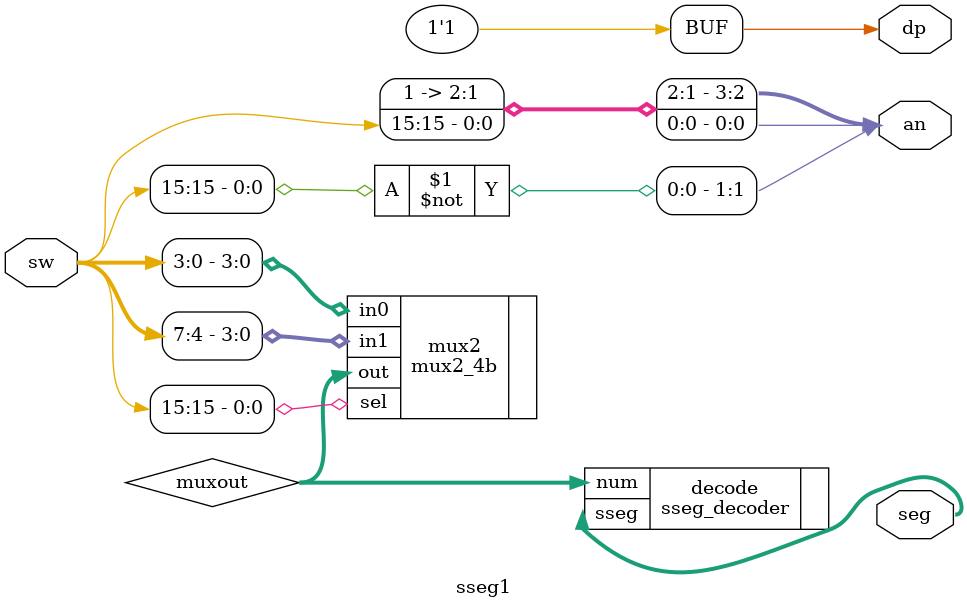
<source format=sv>
`timescale 1ns / 1ps



module sseg1(
    input [15:0] sw, //switches
    output [3:0] an, //7-seg digits
    output [6:0] seg, //7-seg segments
    output dp // decimal point
    );
    
    wire [3:0] muxout;
    
    mux2_4b mux2(
    
    .in0(sw[3:0]), .in1(sw[7:4]), .sel(sw[15]), .out(muxout)
    );
    
    sseg_decoder decode(
    .num(muxout), .sseg(seg)
    );
    
    assign an[1] = ~sw[15];
    assign an[0] = sw[15];
    assign an[3]=1;
    assign an[2]=1;
    assign dp=1;
    
endmodule

</source>
